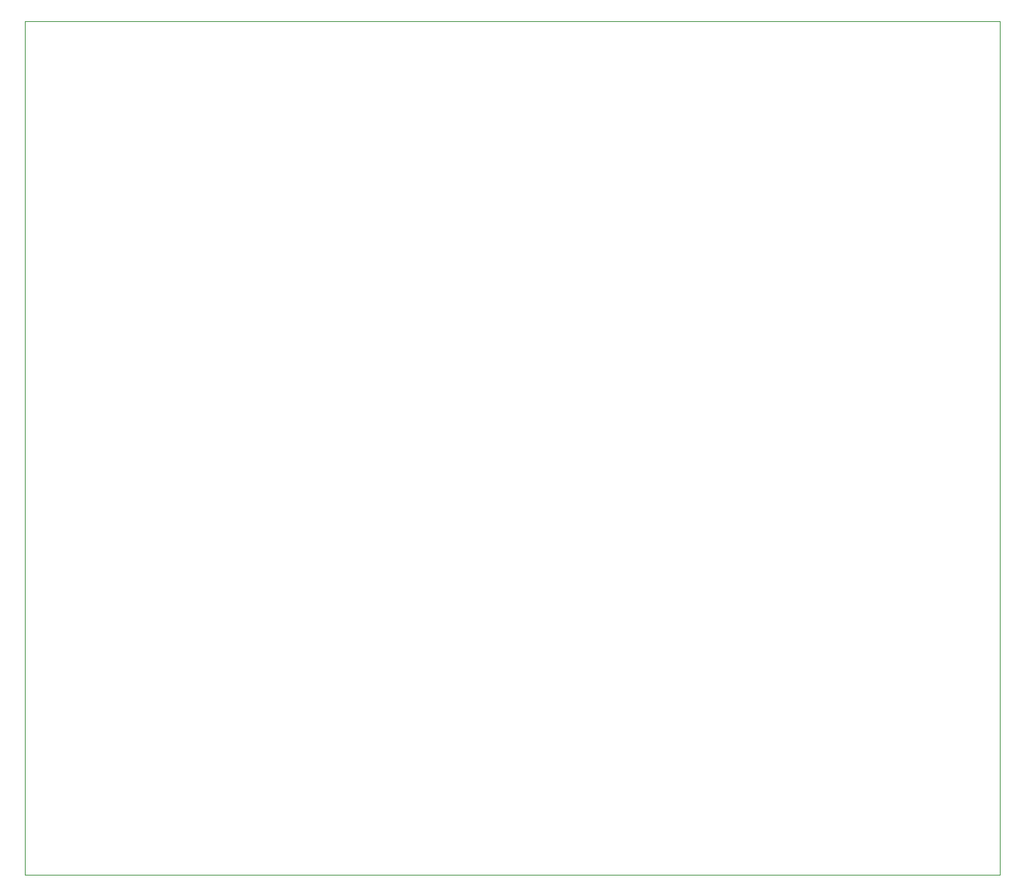
<source format=gbr>
%TF.GenerationSoftware,KiCad,Pcbnew,9.0.0*%
%TF.CreationDate,2025-06-18T17:59:25+02:00*%
%TF.ProjectId,Nanopipets,4e616e6f-7069-4706-9574-732e6b696361,rev?*%
%TF.SameCoordinates,Original*%
%TF.FileFunction,Profile,NP*%
%FSLAX46Y46*%
G04 Gerber Fmt 4.6, Leading zero omitted, Abs format (unit mm)*
G04 Created by KiCad (PCBNEW 9.0.0) date 2025-06-18 17:59:25*
%MOMM*%
%LPD*%
G01*
G04 APERTURE LIST*
%TA.AperFunction,Profile*%
%ADD10C,0.050000*%
%TD*%
G04 APERTURE END LIST*
D10*
X-3000000Y2600000D02*
X109775000Y2600000D01*
X109775000Y-96150000D01*
X-3000000Y-96150000D01*
X-3000000Y2600000D01*
M02*

</source>
